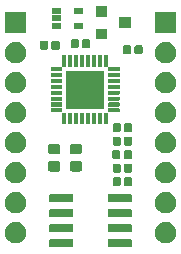
<source format=gbr>
%TF.GenerationSoftware,KiCad,Pcbnew,(5.1.6)-1*%
%TF.CreationDate,2020-10-19T07:42:53-05:00*%
%TF.ProjectId,ice30lp384_dev_board,69636533-306c-4703-9338-345f6465765f,rev?*%
%TF.SameCoordinates,Original*%
%TF.FileFunction,Soldermask,Top*%
%TF.FilePolarity,Negative*%
%FSLAX46Y46*%
G04 Gerber Fmt 4.6, Leading zero omitted, Abs format (unit mm)*
G04 Created by KiCad (PCBNEW (5.1.6)-1) date 2020-10-19 07:42:53*
%MOMM*%
%LPD*%
G01*
G04 APERTURE LIST*
%ADD10C,0.100000*%
G04 APERTURE END LIST*
D10*
G36*
X122379015Y-67216323D02*
G01*
X122407106Y-67224844D01*
X122432998Y-67238684D01*
X122455692Y-67257308D01*
X122474316Y-67280002D01*
X122488156Y-67305894D01*
X122496677Y-67333985D01*
X122499800Y-67365691D01*
X122499800Y-67762309D01*
X122496677Y-67794015D01*
X122488156Y-67822106D01*
X122474316Y-67847998D01*
X122455692Y-67870692D01*
X122432998Y-67889316D01*
X122407106Y-67903156D01*
X122379015Y-67911677D01*
X122347309Y-67914800D01*
X120600691Y-67914800D01*
X120568985Y-67911677D01*
X120540894Y-67903156D01*
X120515002Y-67889316D01*
X120492308Y-67870692D01*
X120473684Y-67847998D01*
X120459844Y-67822106D01*
X120451323Y-67794015D01*
X120448200Y-67762309D01*
X120448200Y-67365691D01*
X120451323Y-67333985D01*
X120459844Y-67305894D01*
X120473684Y-67280002D01*
X120492308Y-67257308D01*
X120515002Y-67238684D01*
X120540894Y-67224844D01*
X120568985Y-67216323D01*
X120600691Y-67213200D01*
X122347309Y-67213200D01*
X122379015Y-67216323D01*
G37*
G36*
X117429015Y-67216323D02*
G01*
X117457106Y-67224844D01*
X117482998Y-67238684D01*
X117505692Y-67257308D01*
X117524316Y-67280002D01*
X117538156Y-67305894D01*
X117546677Y-67333985D01*
X117549800Y-67365691D01*
X117549800Y-67762309D01*
X117546677Y-67794015D01*
X117538156Y-67822106D01*
X117524316Y-67847998D01*
X117505692Y-67870692D01*
X117482998Y-67889316D01*
X117457106Y-67903156D01*
X117429015Y-67911677D01*
X117397309Y-67914800D01*
X115650691Y-67914800D01*
X115618985Y-67911677D01*
X115590894Y-67903156D01*
X115565002Y-67889316D01*
X115542308Y-67870692D01*
X115523684Y-67847998D01*
X115509844Y-67822106D01*
X115501323Y-67794015D01*
X115498200Y-67762309D01*
X115498200Y-67365691D01*
X115501323Y-67333985D01*
X115509844Y-67305894D01*
X115523684Y-67280002D01*
X115542308Y-67257308D01*
X115565002Y-67238684D01*
X115590894Y-67224844D01*
X115618985Y-67216323D01*
X115650691Y-67213200D01*
X117397309Y-67213200D01*
X117429015Y-67216323D01*
G37*
G36*
X112911754Y-65808817D02*
G01*
X113075689Y-65876721D01*
X113223227Y-65975303D01*
X113348697Y-66100773D01*
X113447279Y-66248311D01*
X113515183Y-66412246D01*
X113549800Y-66586279D01*
X113549800Y-66763721D01*
X113515183Y-66937754D01*
X113447279Y-67101689D01*
X113348697Y-67249227D01*
X113223227Y-67374697D01*
X113075689Y-67473279D01*
X112911754Y-67541183D01*
X112737721Y-67575800D01*
X112560279Y-67575800D01*
X112386246Y-67541183D01*
X112222311Y-67473279D01*
X112074773Y-67374697D01*
X111949303Y-67249227D01*
X111850721Y-67101689D01*
X111782817Y-66937754D01*
X111748200Y-66763721D01*
X111748200Y-66586279D01*
X111782817Y-66412246D01*
X111850721Y-66248311D01*
X111949303Y-66100773D01*
X112074773Y-65975303D01*
X112222311Y-65876721D01*
X112386246Y-65808817D01*
X112560279Y-65774200D01*
X112737721Y-65774200D01*
X112911754Y-65808817D01*
G37*
G36*
X125611754Y-65808817D02*
G01*
X125775689Y-65876721D01*
X125923227Y-65975303D01*
X126048697Y-66100773D01*
X126147279Y-66248311D01*
X126215183Y-66412246D01*
X126249800Y-66586279D01*
X126249800Y-66763721D01*
X126215183Y-66937754D01*
X126147279Y-67101689D01*
X126048697Y-67249227D01*
X125923227Y-67374697D01*
X125775689Y-67473279D01*
X125611754Y-67541183D01*
X125437721Y-67575800D01*
X125260279Y-67575800D01*
X125086246Y-67541183D01*
X124922311Y-67473279D01*
X124774773Y-67374697D01*
X124649303Y-67249227D01*
X124550721Y-67101689D01*
X124482817Y-66937754D01*
X124448200Y-66763721D01*
X124448200Y-66586279D01*
X124482817Y-66412246D01*
X124550721Y-66248311D01*
X124649303Y-66100773D01*
X124774773Y-65975303D01*
X124922311Y-65876721D01*
X125086246Y-65808817D01*
X125260279Y-65774200D01*
X125437721Y-65774200D01*
X125611754Y-65808817D01*
G37*
G36*
X122379015Y-65946323D02*
G01*
X122407106Y-65954844D01*
X122432998Y-65968684D01*
X122455692Y-65987308D01*
X122474316Y-66010002D01*
X122488156Y-66035894D01*
X122496677Y-66063985D01*
X122499800Y-66095691D01*
X122499800Y-66492309D01*
X122496677Y-66524015D01*
X122488156Y-66552106D01*
X122474316Y-66577998D01*
X122455692Y-66600692D01*
X122432998Y-66619316D01*
X122407106Y-66633156D01*
X122379015Y-66641677D01*
X122347309Y-66644800D01*
X120600691Y-66644800D01*
X120568985Y-66641677D01*
X120540894Y-66633156D01*
X120515002Y-66619316D01*
X120492308Y-66600692D01*
X120473684Y-66577998D01*
X120459844Y-66552106D01*
X120451323Y-66524015D01*
X120448200Y-66492309D01*
X120448200Y-66095691D01*
X120451323Y-66063985D01*
X120459844Y-66035894D01*
X120473684Y-66010002D01*
X120492308Y-65987308D01*
X120515002Y-65968684D01*
X120540894Y-65954844D01*
X120568985Y-65946323D01*
X120600691Y-65943200D01*
X122347309Y-65943200D01*
X122379015Y-65946323D01*
G37*
G36*
X117429015Y-65946323D02*
G01*
X117457106Y-65954844D01*
X117482998Y-65968684D01*
X117505692Y-65987308D01*
X117524316Y-66010002D01*
X117538156Y-66035894D01*
X117546677Y-66063985D01*
X117549800Y-66095691D01*
X117549800Y-66492309D01*
X117546677Y-66524015D01*
X117538156Y-66552106D01*
X117524316Y-66577998D01*
X117505692Y-66600692D01*
X117482998Y-66619316D01*
X117457106Y-66633156D01*
X117429015Y-66641677D01*
X117397309Y-66644800D01*
X115650691Y-66644800D01*
X115618985Y-66641677D01*
X115590894Y-66633156D01*
X115565002Y-66619316D01*
X115542308Y-66600692D01*
X115523684Y-66577998D01*
X115509844Y-66552106D01*
X115501323Y-66524015D01*
X115498200Y-66492309D01*
X115498200Y-66095691D01*
X115501323Y-66063985D01*
X115509844Y-66035894D01*
X115523684Y-66010002D01*
X115542308Y-65987308D01*
X115565002Y-65968684D01*
X115590894Y-65954844D01*
X115618985Y-65946323D01*
X115650691Y-65943200D01*
X117397309Y-65943200D01*
X117429015Y-65946323D01*
G37*
G36*
X122379015Y-64676323D02*
G01*
X122407106Y-64684844D01*
X122432998Y-64698684D01*
X122455692Y-64717308D01*
X122474316Y-64740002D01*
X122488156Y-64765894D01*
X122496677Y-64793985D01*
X122499800Y-64825691D01*
X122499800Y-65222309D01*
X122496677Y-65254015D01*
X122488156Y-65282106D01*
X122474316Y-65307998D01*
X122455692Y-65330692D01*
X122432998Y-65349316D01*
X122407106Y-65363156D01*
X122379015Y-65371677D01*
X122347309Y-65374800D01*
X120600691Y-65374800D01*
X120568985Y-65371677D01*
X120540894Y-65363156D01*
X120515002Y-65349316D01*
X120492308Y-65330692D01*
X120473684Y-65307998D01*
X120459844Y-65282106D01*
X120451323Y-65254015D01*
X120448200Y-65222309D01*
X120448200Y-64825691D01*
X120451323Y-64793985D01*
X120459844Y-64765894D01*
X120473684Y-64740002D01*
X120492308Y-64717308D01*
X120515002Y-64698684D01*
X120540894Y-64684844D01*
X120568985Y-64676323D01*
X120600691Y-64673200D01*
X122347309Y-64673200D01*
X122379015Y-64676323D01*
G37*
G36*
X117429015Y-64676323D02*
G01*
X117457106Y-64684844D01*
X117482998Y-64698684D01*
X117505692Y-64717308D01*
X117524316Y-64740002D01*
X117538156Y-64765894D01*
X117546677Y-64793985D01*
X117549800Y-64825691D01*
X117549800Y-65222309D01*
X117546677Y-65254015D01*
X117538156Y-65282106D01*
X117524316Y-65307998D01*
X117505692Y-65330692D01*
X117482998Y-65349316D01*
X117457106Y-65363156D01*
X117429015Y-65371677D01*
X117397309Y-65374800D01*
X115650691Y-65374800D01*
X115618985Y-65371677D01*
X115590894Y-65363156D01*
X115565002Y-65349316D01*
X115542308Y-65330692D01*
X115523684Y-65307998D01*
X115509844Y-65282106D01*
X115501323Y-65254015D01*
X115498200Y-65222309D01*
X115498200Y-64825691D01*
X115501323Y-64793985D01*
X115509844Y-64765894D01*
X115523684Y-64740002D01*
X115542308Y-64717308D01*
X115565002Y-64698684D01*
X115590894Y-64684844D01*
X115618985Y-64676323D01*
X115650691Y-64673200D01*
X117397309Y-64673200D01*
X117429015Y-64676323D01*
G37*
G36*
X125611754Y-63268817D02*
G01*
X125775689Y-63336721D01*
X125923227Y-63435303D01*
X126048697Y-63560773D01*
X126147279Y-63708311D01*
X126215183Y-63872246D01*
X126249800Y-64046279D01*
X126249800Y-64223721D01*
X126215183Y-64397754D01*
X126147279Y-64561689D01*
X126048697Y-64709227D01*
X125923227Y-64834697D01*
X125775689Y-64933279D01*
X125611754Y-65001183D01*
X125437721Y-65035800D01*
X125260279Y-65035800D01*
X125086246Y-65001183D01*
X124922311Y-64933279D01*
X124774773Y-64834697D01*
X124649303Y-64709227D01*
X124550721Y-64561689D01*
X124482817Y-64397754D01*
X124448200Y-64223721D01*
X124448200Y-64046279D01*
X124482817Y-63872246D01*
X124550721Y-63708311D01*
X124649303Y-63560773D01*
X124774773Y-63435303D01*
X124922311Y-63336721D01*
X125086246Y-63268817D01*
X125260279Y-63234200D01*
X125437721Y-63234200D01*
X125611754Y-63268817D01*
G37*
G36*
X112911754Y-63268817D02*
G01*
X113075689Y-63336721D01*
X113223227Y-63435303D01*
X113348697Y-63560773D01*
X113447279Y-63708311D01*
X113515183Y-63872246D01*
X113549800Y-64046279D01*
X113549800Y-64223721D01*
X113515183Y-64397754D01*
X113447279Y-64561689D01*
X113348697Y-64709227D01*
X113223227Y-64834697D01*
X113075689Y-64933279D01*
X112911754Y-65001183D01*
X112737721Y-65035800D01*
X112560279Y-65035800D01*
X112386246Y-65001183D01*
X112222311Y-64933279D01*
X112074773Y-64834697D01*
X111949303Y-64709227D01*
X111850721Y-64561689D01*
X111782817Y-64397754D01*
X111748200Y-64223721D01*
X111748200Y-64046279D01*
X111782817Y-63872246D01*
X111850721Y-63708311D01*
X111949303Y-63560773D01*
X112074773Y-63435303D01*
X112222311Y-63336721D01*
X112386246Y-63268817D01*
X112560279Y-63234200D01*
X112737721Y-63234200D01*
X112911754Y-63268817D01*
G37*
G36*
X122379015Y-63406323D02*
G01*
X122407106Y-63414844D01*
X122432998Y-63428684D01*
X122455692Y-63447308D01*
X122474316Y-63470002D01*
X122488156Y-63495894D01*
X122496677Y-63523985D01*
X122499800Y-63555691D01*
X122499800Y-63952309D01*
X122496677Y-63984015D01*
X122488156Y-64012106D01*
X122474316Y-64037998D01*
X122455692Y-64060692D01*
X122432998Y-64079316D01*
X122407106Y-64093156D01*
X122379015Y-64101677D01*
X122347309Y-64104800D01*
X120600691Y-64104800D01*
X120568985Y-64101677D01*
X120540894Y-64093156D01*
X120515002Y-64079316D01*
X120492308Y-64060692D01*
X120473684Y-64037998D01*
X120459844Y-64012106D01*
X120451323Y-63984015D01*
X120448200Y-63952309D01*
X120448200Y-63555691D01*
X120451323Y-63523985D01*
X120459844Y-63495894D01*
X120473684Y-63470002D01*
X120492308Y-63447308D01*
X120515002Y-63428684D01*
X120540894Y-63414844D01*
X120568985Y-63406323D01*
X120600691Y-63403200D01*
X122347309Y-63403200D01*
X122379015Y-63406323D01*
G37*
G36*
X117429015Y-63406323D02*
G01*
X117457106Y-63414844D01*
X117482998Y-63428684D01*
X117505692Y-63447308D01*
X117524316Y-63470002D01*
X117538156Y-63495894D01*
X117546677Y-63523985D01*
X117549800Y-63555691D01*
X117549800Y-63952309D01*
X117546677Y-63984015D01*
X117538156Y-64012106D01*
X117524316Y-64037998D01*
X117505692Y-64060692D01*
X117482998Y-64079316D01*
X117457106Y-64093156D01*
X117429015Y-64101677D01*
X117397309Y-64104800D01*
X115650691Y-64104800D01*
X115618985Y-64101677D01*
X115590894Y-64093156D01*
X115565002Y-64079316D01*
X115542308Y-64060692D01*
X115523684Y-64037998D01*
X115509844Y-64012106D01*
X115501323Y-63984015D01*
X115498200Y-63952309D01*
X115498200Y-63555691D01*
X115501323Y-63523985D01*
X115509844Y-63495894D01*
X115523684Y-63470002D01*
X115542308Y-63447308D01*
X115565002Y-63428684D01*
X115590894Y-63414844D01*
X115618985Y-63406323D01*
X115650691Y-63403200D01*
X117397309Y-63403200D01*
X117429015Y-63406323D01*
G37*
G36*
X121431027Y-61989275D02*
G01*
X121458650Y-61997654D01*
X121484113Y-62011264D01*
X121506425Y-62029575D01*
X121524736Y-62051887D01*
X121538346Y-62077350D01*
X121546725Y-62104973D01*
X121549800Y-62136191D01*
X121549800Y-62577809D01*
X121546725Y-62609027D01*
X121538346Y-62636650D01*
X121524736Y-62662113D01*
X121506425Y-62684425D01*
X121484113Y-62702736D01*
X121458650Y-62716346D01*
X121431027Y-62724725D01*
X121399809Y-62727800D01*
X121008191Y-62727800D01*
X120976973Y-62724725D01*
X120949350Y-62716346D01*
X120923887Y-62702736D01*
X120901575Y-62684425D01*
X120883264Y-62662113D01*
X120869654Y-62636650D01*
X120861275Y-62609027D01*
X120858200Y-62577809D01*
X120858200Y-62136191D01*
X120861275Y-62104973D01*
X120869654Y-62077350D01*
X120883264Y-62051887D01*
X120901575Y-62029575D01*
X120923887Y-62011264D01*
X120949350Y-61997654D01*
X120976973Y-61989275D01*
X121008191Y-61986200D01*
X121399809Y-61986200D01*
X121431027Y-61989275D01*
G37*
G36*
X122401027Y-61989275D02*
G01*
X122428650Y-61997654D01*
X122454113Y-62011264D01*
X122476425Y-62029575D01*
X122494736Y-62051887D01*
X122508346Y-62077350D01*
X122516725Y-62104973D01*
X122519800Y-62136191D01*
X122519800Y-62577809D01*
X122516725Y-62609027D01*
X122508346Y-62636650D01*
X122494736Y-62662113D01*
X122476425Y-62684425D01*
X122454113Y-62702736D01*
X122428650Y-62716346D01*
X122401027Y-62724725D01*
X122369809Y-62727800D01*
X121978191Y-62727800D01*
X121946973Y-62724725D01*
X121919350Y-62716346D01*
X121893887Y-62702736D01*
X121871575Y-62684425D01*
X121853264Y-62662113D01*
X121839654Y-62636650D01*
X121831275Y-62609027D01*
X121828200Y-62577809D01*
X121828200Y-62136191D01*
X121831275Y-62104973D01*
X121839654Y-62077350D01*
X121853264Y-62051887D01*
X121871575Y-62029575D01*
X121893887Y-62011264D01*
X121919350Y-61997654D01*
X121946973Y-61989275D01*
X121978191Y-61986200D01*
X122369809Y-61986200D01*
X122401027Y-61989275D01*
G37*
G36*
X125611754Y-60728817D02*
G01*
X125775689Y-60796721D01*
X125923227Y-60895303D01*
X126048697Y-61020773D01*
X126147279Y-61168311D01*
X126215183Y-61332246D01*
X126249800Y-61506279D01*
X126249800Y-61683721D01*
X126215183Y-61857754D01*
X126147279Y-62021689D01*
X126048697Y-62169227D01*
X125923227Y-62294697D01*
X125775689Y-62393279D01*
X125611754Y-62461183D01*
X125437721Y-62495800D01*
X125260279Y-62495800D01*
X125086246Y-62461183D01*
X124922311Y-62393279D01*
X124774773Y-62294697D01*
X124649303Y-62169227D01*
X124550721Y-62021689D01*
X124482817Y-61857754D01*
X124448200Y-61683721D01*
X124448200Y-61506279D01*
X124482817Y-61332246D01*
X124550721Y-61168311D01*
X124649303Y-61020773D01*
X124774773Y-60895303D01*
X124922311Y-60796721D01*
X125086246Y-60728817D01*
X125260279Y-60694200D01*
X125437721Y-60694200D01*
X125611754Y-60728817D01*
G37*
G36*
X112911754Y-60728817D02*
G01*
X113075689Y-60796721D01*
X113223227Y-60895303D01*
X113348697Y-61020773D01*
X113447279Y-61168311D01*
X113515183Y-61332246D01*
X113549800Y-61506279D01*
X113549800Y-61683721D01*
X113515183Y-61857754D01*
X113447279Y-62021689D01*
X113348697Y-62169227D01*
X113223227Y-62294697D01*
X113075689Y-62393279D01*
X112911754Y-62461183D01*
X112737721Y-62495800D01*
X112560279Y-62495800D01*
X112386246Y-62461183D01*
X112222311Y-62393279D01*
X112074773Y-62294697D01*
X111949303Y-62169227D01*
X111850721Y-62021689D01*
X111782817Y-61857754D01*
X111748200Y-61683721D01*
X111748200Y-61506279D01*
X111782817Y-61332246D01*
X111850721Y-61168311D01*
X111949303Y-61020773D01*
X112074773Y-60895303D01*
X112222311Y-60796721D01*
X112386246Y-60728817D01*
X112560279Y-60694200D01*
X112737721Y-60694200D01*
X112911754Y-60728817D01*
G37*
G36*
X122401027Y-60846275D02*
G01*
X122428650Y-60854654D01*
X122454113Y-60868264D01*
X122476425Y-60886575D01*
X122494736Y-60908887D01*
X122508346Y-60934350D01*
X122516725Y-60961973D01*
X122519800Y-60993191D01*
X122519800Y-61434809D01*
X122516725Y-61466027D01*
X122508346Y-61493650D01*
X122494736Y-61519113D01*
X122476425Y-61541425D01*
X122454113Y-61559736D01*
X122428650Y-61573346D01*
X122401027Y-61581725D01*
X122369809Y-61584800D01*
X121978191Y-61584800D01*
X121946973Y-61581725D01*
X121919350Y-61573346D01*
X121893887Y-61559736D01*
X121871575Y-61541425D01*
X121853264Y-61519113D01*
X121839654Y-61493650D01*
X121831275Y-61466027D01*
X121828200Y-61434809D01*
X121828200Y-60993191D01*
X121831275Y-60961973D01*
X121839654Y-60934350D01*
X121853264Y-60908887D01*
X121871575Y-60886575D01*
X121893887Y-60868264D01*
X121919350Y-60854654D01*
X121946973Y-60846275D01*
X121978191Y-60843200D01*
X122369809Y-60843200D01*
X122401027Y-60846275D01*
G37*
G36*
X121431027Y-60846275D02*
G01*
X121458650Y-60854654D01*
X121484113Y-60868264D01*
X121506425Y-60886575D01*
X121524736Y-60908887D01*
X121538346Y-60934350D01*
X121546725Y-60961973D01*
X121549800Y-60993191D01*
X121549800Y-61434809D01*
X121546725Y-61466027D01*
X121538346Y-61493650D01*
X121524736Y-61519113D01*
X121506425Y-61541425D01*
X121484113Y-61559736D01*
X121458650Y-61573346D01*
X121431027Y-61581725D01*
X121399809Y-61584800D01*
X121008191Y-61584800D01*
X120976973Y-61581725D01*
X120949350Y-61573346D01*
X120923887Y-61559736D01*
X120901575Y-61541425D01*
X120883264Y-61519113D01*
X120869654Y-61493650D01*
X120861275Y-61466027D01*
X120858200Y-61434809D01*
X120858200Y-60993191D01*
X120861275Y-60961973D01*
X120869654Y-60934350D01*
X120883264Y-60908887D01*
X120901575Y-60886575D01*
X120923887Y-60868264D01*
X120949350Y-60854654D01*
X120976973Y-60846275D01*
X121008191Y-60843200D01*
X121399809Y-60843200D01*
X121431027Y-60846275D01*
G37*
G36*
X118104766Y-60603283D02*
G01*
X118142242Y-60614651D01*
X118176778Y-60633111D01*
X118207048Y-60657952D01*
X118231889Y-60688222D01*
X118250349Y-60722758D01*
X118261717Y-60760234D01*
X118265800Y-60801691D01*
X118265800Y-61298309D01*
X118261717Y-61339766D01*
X118250349Y-61377242D01*
X118231889Y-61411778D01*
X118207048Y-61442048D01*
X118176778Y-61466889D01*
X118142242Y-61485349D01*
X118104766Y-61496717D01*
X118063309Y-61500800D01*
X117466691Y-61500800D01*
X117425234Y-61496717D01*
X117387758Y-61485349D01*
X117353222Y-61466889D01*
X117322952Y-61442048D01*
X117298111Y-61411778D01*
X117279651Y-61377242D01*
X117268283Y-61339766D01*
X117264200Y-61298309D01*
X117264200Y-60801691D01*
X117268283Y-60760234D01*
X117279651Y-60722758D01*
X117298111Y-60688222D01*
X117322952Y-60657952D01*
X117353222Y-60633111D01*
X117387758Y-60614651D01*
X117425234Y-60603283D01*
X117466691Y-60599200D01*
X118063309Y-60599200D01*
X118104766Y-60603283D01*
G37*
G36*
X116254766Y-60603283D02*
G01*
X116292242Y-60614651D01*
X116326778Y-60633111D01*
X116357048Y-60657952D01*
X116381889Y-60688222D01*
X116400349Y-60722758D01*
X116411717Y-60760234D01*
X116415800Y-60801691D01*
X116415800Y-61298309D01*
X116411717Y-61339766D01*
X116400349Y-61377242D01*
X116381889Y-61411778D01*
X116357048Y-61442048D01*
X116326778Y-61466889D01*
X116292242Y-61485349D01*
X116254766Y-61496717D01*
X116213309Y-61500800D01*
X115616691Y-61500800D01*
X115575234Y-61496717D01*
X115537758Y-61485349D01*
X115503222Y-61466889D01*
X115472952Y-61442048D01*
X115448111Y-61411778D01*
X115429651Y-61377242D01*
X115418283Y-61339766D01*
X115414200Y-61298309D01*
X115414200Y-60801691D01*
X115418283Y-60760234D01*
X115429651Y-60722758D01*
X115448111Y-60688222D01*
X115472952Y-60657952D01*
X115503222Y-60633111D01*
X115537758Y-60614651D01*
X115575234Y-60603283D01*
X115616691Y-60599200D01*
X116213309Y-60599200D01*
X116254766Y-60603283D01*
G37*
G36*
X122378027Y-59703275D02*
G01*
X122405650Y-59711654D01*
X122431113Y-59725264D01*
X122453425Y-59743575D01*
X122471736Y-59765887D01*
X122485346Y-59791350D01*
X122493725Y-59818973D01*
X122496800Y-59850191D01*
X122496800Y-60291809D01*
X122493725Y-60323027D01*
X122485346Y-60350650D01*
X122471736Y-60376113D01*
X122453425Y-60398425D01*
X122431113Y-60416736D01*
X122405650Y-60430346D01*
X122378027Y-60438725D01*
X122346809Y-60441800D01*
X121955191Y-60441800D01*
X121923973Y-60438725D01*
X121896350Y-60430346D01*
X121870887Y-60416736D01*
X121848575Y-60398425D01*
X121830264Y-60376113D01*
X121816654Y-60350650D01*
X121808275Y-60323027D01*
X121805200Y-60291809D01*
X121805200Y-59850191D01*
X121808275Y-59818973D01*
X121816654Y-59791350D01*
X121830264Y-59765887D01*
X121848575Y-59743575D01*
X121870887Y-59725264D01*
X121896350Y-59711654D01*
X121923973Y-59703275D01*
X121955191Y-59700200D01*
X122346809Y-59700200D01*
X122378027Y-59703275D01*
G37*
G36*
X121408027Y-59703275D02*
G01*
X121435650Y-59711654D01*
X121461113Y-59725264D01*
X121483425Y-59743575D01*
X121501736Y-59765887D01*
X121515346Y-59791350D01*
X121523725Y-59818973D01*
X121526800Y-59850191D01*
X121526800Y-60291809D01*
X121523725Y-60323027D01*
X121515346Y-60350650D01*
X121501736Y-60376113D01*
X121483425Y-60398425D01*
X121461113Y-60416736D01*
X121435650Y-60430346D01*
X121408027Y-60438725D01*
X121376809Y-60441800D01*
X120985191Y-60441800D01*
X120953973Y-60438725D01*
X120926350Y-60430346D01*
X120900887Y-60416736D01*
X120878575Y-60398425D01*
X120860264Y-60376113D01*
X120846654Y-60350650D01*
X120838275Y-60323027D01*
X120835200Y-60291809D01*
X120835200Y-59850191D01*
X120838275Y-59818973D01*
X120846654Y-59791350D01*
X120860264Y-59765887D01*
X120878575Y-59743575D01*
X120900887Y-59725264D01*
X120926350Y-59711654D01*
X120953973Y-59703275D01*
X120985191Y-59700200D01*
X121376809Y-59700200D01*
X121408027Y-59703275D01*
G37*
G36*
X118104766Y-59153283D02*
G01*
X118142242Y-59164651D01*
X118176778Y-59183111D01*
X118207048Y-59207952D01*
X118231889Y-59238222D01*
X118250349Y-59272758D01*
X118261717Y-59310234D01*
X118265800Y-59351691D01*
X118265800Y-59848309D01*
X118261717Y-59889766D01*
X118250349Y-59927242D01*
X118231889Y-59961778D01*
X118207048Y-59992048D01*
X118176778Y-60016889D01*
X118142242Y-60035349D01*
X118104766Y-60046717D01*
X118063309Y-60050800D01*
X117466691Y-60050800D01*
X117425234Y-60046717D01*
X117387758Y-60035349D01*
X117353222Y-60016889D01*
X117322952Y-59992048D01*
X117298111Y-59961778D01*
X117279651Y-59927242D01*
X117268283Y-59889766D01*
X117264200Y-59848309D01*
X117264200Y-59351691D01*
X117268283Y-59310234D01*
X117279651Y-59272758D01*
X117298111Y-59238222D01*
X117322952Y-59207952D01*
X117353222Y-59183111D01*
X117387758Y-59164651D01*
X117425234Y-59153283D01*
X117466691Y-59149200D01*
X118063309Y-59149200D01*
X118104766Y-59153283D01*
G37*
G36*
X116254766Y-59153283D02*
G01*
X116292242Y-59164651D01*
X116326778Y-59183111D01*
X116357048Y-59207952D01*
X116381889Y-59238222D01*
X116400349Y-59272758D01*
X116411717Y-59310234D01*
X116415800Y-59351691D01*
X116415800Y-59848309D01*
X116411717Y-59889766D01*
X116400349Y-59927242D01*
X116381889Y-59961778D01*
X116357048Y-59992048D01*
X116326778Y-60016889D01*
X116292242Y-60035349D01*
X116254766Y-60046717D01*
X116213309Y-60050800D01*
X115616691Y-60050800D01*
X115575234Y-60046717D01*
X115537758Y-60035349D01*
X115503222Y-60016889D01*
X115472952Y-59992048D01*
X115448111Y-59961778D01*
X115429651Y-59927242D01*
X115418283Y-59889766D01*
X115414200Y-59848309D01*
X115414200Y-59351691D01*
X115418283Y-59310234D01*
X115429651Y-59272758D01*
X115448111Y-59238222D01*
X115472952Y-59207952D01*
X115503222Y-59183111D01*
X115537758Y-59164651D01*
X115575234Y-59153283D01*
X115616691Y-59149200D01*
X116213309Y-59149200D01*
X116254766Y-59153283D01*
G37*
G36*
X112911754Y-58188817D02*
G01*
X113075689Y-58256721D01*
X113223227Y-58355303D01*
X113348697Y-58480773D01*
X113447279Y-58628311D01*
X113515183Y-58792246D01*
X113549800Y-58966279D01*
X113549800Y-59143721D01*
X113515183Y-59317754D01*
X113447279Y-59481689D01*
X113348697Y-59629227D01*
X113223227Y-59754697D01*
X113075689Y-59853279D01*
X112911754Y-59921183D01*
X112737721Y-59955800D01*
X112560279Y-59955800D01*
X112386246Y-59921183D01*
X112222311Y-59853279D01*
X112074773Y-59754697D01*
X111949303Y-59629227D01*
X111850721Y-59481689D01*
X111782817Y-59317754D01*
X111748200Y-59143721D01*
X111748200Y-58966279D01*
X111782817Y-58792246D01*
X111850721Y-58628311D01*
X111949303Y-58480773D01*
X112074773Y-58355303D01*
X112222311Y-58256721D01*
X112386246Y-58188817D01*
X112560279Y-58154200D01*
X112737721Y-58154200D01*
X112911754Y-58188817D01*
G37*
G36*
X125611754Y-58188817D02*
G01*
X125775689Y-58256721D01*
X125923227Y-58355303D01*
X126048697Y-58480773D01*
X126147279Y-58628311D01*
X126215183Y-58792246D01*
X126249800Y-58966279D01*
X126249800Y-59143721D01*
X126215183Y-59317754D01*
X126147279Y-59481689D01*
X126048697Y-59629227D01*
X125923227Y-59754697D01*
X125775689Y-59853279D01*
X125611754Y-59921183D01*
X125437721Y-59955800D01*
X125260279Y-59955800D01*
X125086246Y-59921183D01*
X124922311Y-59853279D01*
X124774773Y-59754697D01*
X124649303Y-59629227D01*
X124550721Y-59481689D01*
X124482817Y-59317754D01*
X124448200Y-59143721D01*
X124448200Y-58966279D01*
X124482817Y-58792246D01*
X124550721Y-58628311D01*
X124649303Y-58480773D01*
X124774773Y-58355303D01*
X124922311Y-58256721D01*
X125086246Y-58188817D01*
X125260279Y-58154200D01*
X125437721Y-58154200D01*
X125611754Y-58188817D01*
G37*
G36*
X121431027Y-58560275D02*
G01*
X121458650Y-58568654D01*
X121484113Y-58582264D01*
X121506425Y-58600575D01*
X121524736Y-58622887D01*
X121538346Y-58648350D01*
X121546725Y-58675973D01*
X121549800Y-58707191D01*
X121549800Y-59148809D01*
X121546725Y-59180027D01*
X121538346Y-59207650D01*
X121524736Y-59233113D01*
X121506425Y-59255425D01*
X121484113Y-59273736D01*
X121458650Y-59287346D01*
X121431027Y-59295725D01*
X121399809Y-59298800D01*
X121008191Y-59298800D01*
X120976973Y-59295725D01*
X120949350Y-59287346D01*
X120923887Y-59273736D01*
X120901575Y-59255425D01*
X120883264Y-59233113D01*
X120869654Y-59207650D01*
X120861275Y-59180027D01*
X120858200Y-59148809D01*
X120858200Y-58707191D01*
X120861275Y-58675973D01*
X120869654Y-58648350D01*
X120883264Y-58622887D01*
X120901575Y-58600575D01*
X120923887Y-58582264D01*
X120949350Y-58568654D01*
X120976973Y-58560275D01*
X121008191Y-58557200D01*
X121399809Y-58557200D01*
X121431027Y-58560275D01*
G37*
G36*
X122401027Y-58560275D02*
G01*
X122428650Y-58568654D01*
X122454113Y-58582264D01*
X122476425Y-58600575D01*
X122494736Y-58622887D01*
X122508346Y-58648350D01*
X122516725Y-58675973D01*
X122519800Y-58707191D01*
X122519800Y-59148809D01*
X122516725Y-59180027D01*
X122508346Y-59207650D01*
X122494736Y-59233113D01*
X122476425Y-59255425D01*
X122454113Y-59273736D01*
X122428650Y-59287346D01*
X122401027Y-59295725D01*
X122369809Y-59298800D01*
X121978191Y-59298800D01*
X121946973Y-59295725D01*
X121919350Y-59287346D01*
X121893887Y-59273736D01*
X121871575Y-59255425D01*
X121853264Y-59233113D01*
X121839654Y-59207650D01*
X121831275Y-59180027D01*
X121828200Y-59148809D01*
X121828200Y-58707191D01*
X121831275Y-58675973D01*
X121839654Y-58648350D01*
X121853264Y-58622887D01*
X121871575Y-58600575D01*
X121893887Y-58582264D01*
X121919350Y-58568654D01*
X121946973Y-58560275D01*
X121978191Y-58557200D01*
X122369809Y-58557200D01*
X122401027Y-58560275D01*
G37*
G36*
X121431027Y-57417275D02*
G01*
X121458650Y-57425654D01*
X121484113Y-57439264D01*
X121506425Y-57457575D01*
X121524736Y-57479887D01*
X121538346Y-57505350D01*
X121546725Y-57532973D01*
X121549800Y-57564191D01*
X121549800Y-58005809D01*
X121546725Y-58037027D01*
X121538346Y-58064650D01*
X121524736Y-58090113D01*
X121506425Y-58112425D01*
X121484113Y-58130736D01*
X121458650Y-58144346D01*
X121431027Y-58152725D01*
X121399809Y-58155800D01*
X121008191Y-58155800D01*
X120976973Y-58152725D01*
X120949350Y-58144346D01*
X120923887Y-58130736D01*
X120901575Y-58112425D01*
X120883264Y-58090113D01*
X120869654Y-58064650D01*
X120861275Y-58037027D01*
X120858200Y-58005809D01*
X120858200Y-57564191D01*
X120861275Y-57532973D01*
X120869654Y-57505350D01*
X120883264Y-57479887D01*
X120901575Y-57457575D01*
X120923887Y-57439264D01*
X120949350Y-57425654D01*
X120976973Y-57417275D01*
X121008191Y-57414200D01*
X121399809Y-57414200D01*
X121431027Y-57417275D01*
G37*
G36*
X122401027Y-57417275D02*
G01*
X122428650Y-57425654D01*
X122454113Y-57439264D01*
X122476425Y-57457575D01*
X122494736Y-57479887D01*
X122508346Y-57505350D01*
X122516725Y-57532973D01*
X122519800Y-57564191D01*
X122519800Y-58005809D01*
X122516725Y-58037027D01*
X122508346Y-58064650D01*
X122494736Y-58090113D01*
X122476425Y-58112425D01*
X122454113Y-58130736D01*
X122428650Y-58144346D01*
X122401027Y-58152725D01*
X122369809Y-58155800D01*
X121978191Y-58155800D01*
X121946973Y-58152725D01*
X121919350Y-58144346D01*
X121893887Y-58130736D01*
X121871575Y-58112425D01*
X121853264Y-58090113D01*
X121839654Y-58064650D01*
X121831275Y-58037027D01*
X121828200Y-58005809D01*
X121828200Y-57564191D01*
X121831275Y-57532973D01*
X121839654Y-57505350D01*
X121853264Y-57479887D01*
X121871575Y-57457575D01*
X121893887Y-57439264D01*
X121919350Y-57425654D01*
X121946973Y-57417275D01*
X121978191Y-57414200D01*
X122369809Y-57414200D01*
X122401027Y-57417275D01*
G37*
G36*
X119909444Y-56520641D02*
G01*
X119921124Y-56524184D01*
X119931886Y-56529937D01*
X119941320Y-56537680D01*
X119949063Y-56547114D01*
X119954816Y-56557876D01*
X119958359Y-56569556D01*
X119959800Y-56584191D01*
X119959800Y-57430809D01*
X119958359Y-57445444D01*
X119954816Y-57457124D01*
X119949063Y-57467886D01*
X119941320Y-57477320D01*
X119931886Y-57485063D01*
X119921124Y-57490816D01*
X119909444Y-57494359D01*
X119894809Y-57495800D01*
X119673191Y-57495800D01*
X119658556Y-57494359D01*
X119646876Y-57490816D01*
X119636114Y-57485063D01*
X119626680Y-57477320D01*
X119618937Y-57467886D01*
X119613184Y-57457124D01*
X119609641Y-57445444D01*
X119608200Y-57430809D01*
X119608200Y-56584191D01*
X119609641Y-56569556D01*
X119613184Y-56557876D01*
X119618937Y-56547114D01*
X119626680Y-56537680D01*
X119636114Y-56529937D01*
X119646876Y-56524184D01*
X119658556Y-56520641D01*
X119673191Y-56519200D01*
X119894809Y-56519200D01*
X119909444Y-56520641D01*
G37*
G36*
X116909444Y-56520641D02*
G01*
X116921124Y-56524184D01*
X116931886Y-56529937D01*
X116941320Y-56537680D01*
X116949063Y-56547114D01*
X116954816Y-56557876D01*
X116958359Y-56569556D01*
X116959800Y-56584191D01*
X116959800Y-57430809D01*
X116958359Y-57445444D01*
X116954816Y-57457124D01*
X116949063Y-57467886D01*
X116941320Y-57477320D01*
X116931886Y-57485063D01*
X116921124Y-57490816D01*
X116909444Y-57494359D01*
X116894809Y-57495800D01*
X116673191Y-57495800D01*
X116658556Y-57494359D01*
X116646876Y-57490816D01*
X116636114Y-57485063D01*
X116626680Y-57477320D01*
X116618937Y-57467886D01*
X116613184Y-57457124D01*
X116609641Y-57445444D01*
X116608200Y-57430809D01*
X116608200Y-56584191D01*
X116609641Y-56569556D01*
X116614381Y-56553932D01*
X116615060Y-56552291D01*
X116617001Y-56542523D01*
X116616999Y-56532565D01*
X116615864Y-56526864D01*
X116621585Y-56528001D01*
X116631543Y-56527999D01*
X116641310Y-56526055D01*
X116642953Y-56525374D01*
X116658556Y-56520641D01*
X116673191Y-56519200D01*
X116894809Y-56519200D01*
X116909444Y-56520641D01*
G37*
G36*
X117409444Y-56520641D02*
G01*
X117421124Y-56524184D01*
X117431886Y-56529937D01*
X117441320Y-56537680D01*
X117449063Y-56547114D01*
X117454816Y-56557876D01*
X117458359Y-56569556D01*
X117459800Y-56584191D01*
X117459800Y-57430809D01*
X117458359Y-57445444D01*
X117454816Y-57457124D01*
X117449063Y-57467886D01*
X117441320Y-57477320D01*
X117431886Y-57485063D01*
X117421124Y-57490816D01*
X117409444Y-57494359D01*
X117394809Y-57495800D01*
X117173191Y-57495800D01*
X117158556Y-57494359D01*
X117146876Y-57490816D01*
X117136114Y-57485063D01*
X117126680Y-57477320D01*
X117118937Y-57467886D01*
X117113184Y-57457124D01*
X117109641Y-57445444D01*
X117108200Y-57430809D01*
X117108200Y-56584191D01*
X117109641Y-56569556D01*
X117113184Y-56557876D01*
X117118937Y-56547114D01*
X117126680Y-56537680D01*
X117136114Y-56529937D01*
X117146876Y-56524184D01*
X117158556Y-56520641D01*
X117173191Y-56519200D01*
X117394809Y-56519200D01*
X117409444Y-56520641D01*
G37*
G36*
X117909444Y-56520641D02*
G01*
X117921124Y-56524184D01*
X117931886Y-56529937D01*
X117941320Y-56537680D01*
X117949063Y-56547114D01*
X117954816Y-56557876D01*
X117958359Y-56569556D01*
X117959800Y-56584191D01*
X117959800Y-57430809D01*
X117958359Y-57445444D01*
X117954816Y-57457124D01*
X117949063Y-57467886D01*
X117941320Y-57477320D01*
X117931886Y-57485063D01*
X117921124Y-57490816D01*
X117909444Y-57494359D01*
X117894809Y-57495800D01*
X117673191Y-57495800D01*
X117658556Y-57494359D01*
X117646876Y-57490816D01*
X117636114Y-57485063D01*
X117626680Y-57477320D01*
X117618937Y-57467886D01*
X117613184Y-57457124D01*
X117609641Y-57445444D01*
X117608200Y-57430809D01*
X117608200Y-56584191D01*
X117609641Y-56569556D01*
X117613184Y-56557876D01*
X117618937Y-56547114D01*
X117626680Y-56537680D01*
X117636114Y-56529937D01*
X117646876Y-56524184D01*
X117658556Y-56520641D01*
X117673191Y-56519200D01*
X117894809Y-56519200D01*
X117909444Y-56520641D01*
G37*
G36*
X118409444Y-56520641D02*
G01*
X118421124Y-56524184D01*
X118431886Y-56529937D01*
X118441320Y-56537680D01*
X118449063Y-56547114D01*
X118454816Y-56557876D01*
X118458359Y-56569556D01*
X118459800Y-56584191D01*
X118459800Y-57430809D01*
X118458359Y-57445444D01*
X118454816Y-57457124D01*
X118449063Y-57467886D01*
X118441320Y-57477320D01*
X118431886Y-57485063D01*
X118421124Y-57490816D01*
X118409444Y-57494359D01*
X118394809Y-57495800D01*
X118173191Y-57495800D01*
X118158556Y-57494359D01*
X118146876Y-57490816D01*
X118136114Y-57485063D01*
X118126680Y-57477320D01*
X118118937Y-57467886D01*
X118113184Y-57457124D01*
X118109641Y-57445444D01*
X118108200Y-57430809D01*
X118108200Y-56584191D01*
X118109641Y-56569556D01*
X118113184Y-56557876D01*
X118118937Y-56547114D01*
X118126680Y-56537680D01*
X118136114Y-56529937D01*
X118146876Y-56524184D01*
X118158556Y-56520641D01*
X118173191Y-56519200D01*
X118394809Y-56519200D01*
X118409444Y-56520641D01*
G37*
G36*
X120409444Y-56520641D02*
G01*
X120425068Y-56525381D01*
X120426709Y-56526060D01*
X120436477Y-56528001D01*
X120446435Y-56527999D01*
X120452136Y-56526864D01*
X120450999Y-56532585D01*
X120451001Y-56542543D01*
X120452945Y-56552310D01*
X120453626Y-56553953D01*
X120458359Y-56569556D01*
X120459800Y-56584191D01*
X120459800Y-57430809D01*
X120458359Y-57445444D01*
X120454816Y-57457124D01*
X120449063Y-57467886D01*
X120441320Y-57477320D01*
X120431886Y-57485063D01*
X120421124Y-57490816D01*
X120409444Y-57494359D01*
X120394809Y-57495800D01*
X120173191Y-57495800D01*
X120158556Y-57494359D01*
X120146876Y-57490816D01*
X120136114Y-57485063D01*
X120126680Y-57477320D01*
X120118937Y-57467886D01*
X120113184Y-57457124D01*
X120109641Y-57445444D01*
X120108200Y-57430809D01*
X120108200Y-56584191D01*
X120109641Y-56569556D01*
X120113184Y-56557876D01*
X120118937Y-56547114D01*
X120126680Y-56537680D01*
X120136114Y-56529937D01*
X120146876Y-56524184D01*
X120158556Y-56520641D01*
X120173191Y-56519200D01*
X120394809Y-56519200D01*
X120409444Y-56520641D01*
G37*
G36*
X119409444Y-56520641D02*
G01*
X119421124Y-56524184D01*
X119431886Y-56529937D01*
X119441320Y-56537680D01*
X119449063Y-56547114D01*
X119454816Y-56557876D01*
X119458359Y-56569556D01*
X119459800Y-56584191D01*
X119459800Y-57430809D01*
X119458359Y-57445444D01*
X119454816Y-57457124D01*
X119449063Y-57467886D01*
X119441320Y-57477320D01*
X119431886Y-57485063D01*
X119421124Y-57490816D01*
X119409444Y-57494359D01*
X119394809Y-57495800D01*
X119173191Y-57495800D01*
X119158556Y-57494359D01*
X119146876Y-57490816D01*
X119136114Y-57485063D01*
X119126680Y-57477320D01*
X119118937Y-57467886D01*
X119113184Y-57457124D01*
X119109641Y-57445444D01*
X119108200Y-57430809D01*
X119108200Y-56584191D01*
X119109641Y-56569556D01*
X119113184Y-56557876D01*
X119118937Y-56547114D01*
X119126680Y-56537680D01*
X119136114Y-56529937D01*
X119146876Y-56524184D01*
X119158556Y-56520641D01*
X119173191Y-56519200D01*
X119394809Y-56519200D01*
X119409444Y-56520641D01*
G37*
G36*
X118909444Y-56520641D02*
G01*
X118921124Y-56524184D01*
X118931886Y-56529937D01*
X118941320Y-56537680D01*
X118949063Y-56547114D01*
X118954816Y-56557876D01*
X118958359Y-56569556D01*
X118959800Y-56584191D01*
X118959800Y-57430809D01*
X118958359Y-57445444D01*
X118954816Y-57457124D01*
X118949063Y-57467886D01*
X118941320Y-57477320D01*
X118931886Y-57485063D01*
X118921124Y-57490816D01*
X118909444Y-57494359D01*
X118894809Y-57495800D01*
X118673191Y-57495800D01*
X118658556Y-57494359D01*
X118646876Y-57490816D01*
X118636114Y-57485063D01*
X118626680Y-57477320D01*
X118618937Y-57467886D01*
X118613184Y-57457124D01*
X118609641Y-57445444D01*
X118608200Y-57430809D01*
X118608200Y-56584191D01*
X118609641Y-56569556D01*
X118613184Y-56557876D01*
X118618937Y-56547114D01*
X118626680Y-56537680D01*
X118636114Y-56529937D01*
X118646876Y-56524184D01*
X118658556Y-56520641D01*
X118673191Y-56519200D01*
X118894809Y-56519200D01*
X118909444Y-56520641D01*
G37*
G36*
X112911754Y-55648817D02*
G01*
X113075689Y-55716721D01*
X113223227Y-55815303D01*
X113348697Y-55940773D01*
X113447279Y-56088311D01*
X113515183Y-56252246D01*
X113549800Y-56426279D01*
X113549800Y-56603721D01*
X113515183Y-56777754D01*
X113447279Y-56941689D01*
X113348697Y-57089227D01*
X113223227Y-57214697D01*
X113075689Y-57313279D01*
X112911754Y-57381183D01*
X112737721Y-57415800D01*
X112560279Y-57415800D01*
X112386246Y-57381183D01*
X112222311Y-57313279D01*
X112074773Y-57214697D01*
X111949303Y-57089227D01*
X111850721Y-56941689D01*
X111782817Y-56777754D01*
X111748200Y-56603721D01*
X111748200Y-56426279D01*
X111782817Y-56252246D01*
X111850721Y-56088311D01*
X111949303Y-55940773D01*
X112074773Y-55815303D01*
X112222311Y-55716721D01*
X112386246Y-55648817D01*
X112560279Y-55614200D01*
X112737721Y-55614200D01*
X112911754Y-55648817D01*
G37*
G36*
X125611754Y-55648817D02*
G01*
X125775689Y-55716721D01*
X125923227Y-55815303D01*
X126048697Y-55940773D01*
X126147279Y-56088311D01*
X126215183Y-56252246D01*
X126249800Y-56426279D01*
X126249800Y-56603721D01*
X126215183Y-56777754D01*
X126147279Y-56941689D01*
X126048697Y-57089227D01*
X125923227Y-57214697D01*
X125775689Y-57313279D01*
X125611754Y-57381183D01*
X125437721Y-57415800D01*
X125260279Y-57415800D01*
X125086246Y-57381183D01*
X124922311Y-57313279D01*
X124774773Y-57214697D01*
X124649303Y-57089227D01*
X124550721Y-56941689D01*
X124482817Y-56777754D01*
X124448200Y-56603721D01*
X124448200Y-56426279D01*
X124482817Y-56252246D01*
X124550721Y-56088311D01*
X124649303Y-55940773D01*
X124774773Y-55815303D01*
X124922311Y-55716721D01*
X125086246Y-55648817D01*
X125260279Y-55614200D01*
X125437721Y-55614200D01*
X125611754Y-55648817D01*
G37*
G36*
X116534444Y-56145641D02*
G01*
X116546124Y-56149184D01*
X116556886Y-56154937D01*
X116566320Y-56162680D01*
X116574063Y-56172114D01*
X116579816Y-56182876D01*
X116583359Y-56194556D01*
X116584800Y-56209191D01*
X116584800Y-56430809D01*
X116583359Y-56445444D01*
X116578619Y-56461068D01*
X116577940Y-56462709D01*
X116575999Y-56472477D01*
X116576001Y-56482435D01*
X116577136Y-56488136D01*
X116571415Y-56486999D01*
X116561457Y-56487001D01*
X116551690Y-56488945D01*
X116550047Y-56489626D01*
X116534444Y-56494359D01*
X116519809Y-56495800D01*
X115673191Y-56495800D01*
X115658556Y-56494359D01*
X115646876Y-56490816D01*
X115636114Y-56485063D01*
X115626680Y-56477320D01*
X115618937Y-56467886D01*
X115613184Y-56457124D01*
X115609641Y-56445444D01*
X115608200Y-56430809D01*
X115608200Y-56209191D01*
X115609641Y-56194556D01*
X115613184Y-56182876D01*
X115618937Y-56172114D01*
X115626680Y-56162680D01*
X115636114Y-56154937D01*
X115646876Y-56149184D01*
X115658556Y-56145641D01*
X115673191Y-56144200D01*
X116519809Y-56144200D01*
X116534444Y-56145641D01*
G37*
G36*
X121409444Y-56145641D02*
G01*
X121421124Y-56149184D01*
X121431886Y-56154937D01*
X121441320Y-56162680D01*
X121449063Y-56172114D01*
X121454816Y-56182876D01*
X121458359Y-56194556D01*
X121459800Y-56209191D01*
X121459800Y-56430809D01*
X121458359Y-56445444D01*
X121454816Y-56457124D01*
X121449063Y-56467886D01*
X121441320Y-56477320D01*
X121431886Y-56485063D01*
X121421124Y-56490816D01*
X121409444Y-56494359D01*
X121394809Y-56495800D01*
X120548191Y-56495800D01*
X120533556Y-56494359D01*
X120517932Y-56489619D01*
X120516291Y-56488940D01*
X120506523Y-56486999D01*
X120496565Y-56487001D01*
X120490864Y-56488136D01*
X120492001Y-56482415D01*
X120491999Y-56472457D01*
X120490055Y-56462690D01*
X120489374Y-56461047D01*
X120484641Y-56445444D01*
X120483200Y-56430809D01*
X120483200Y-56209191D01*
X120484641Y-56194556D01*
X120488184Y-56182876D01*
X120493937Y-56172114D01*
X120501680Y-56162680D01*
X120511114Y-56154937D01*
X120521876Y-56149184D01*
X120533556Y-56145641D01*
X120548191Y-56144200D01*
X121394809Y-56144200D01*
X121409444Y-56145641D01*
G37*
G36*
X120134800Y-56170800D02*
G01*
X116933200Y-56170800D01*
X116933200Y-52969200D01*
X120134800Y-52969200D01*
X120134800Y-56170800D01*
G37*
G36*
X121409444Y-55645641D02*
G01*
X121421124Y-55649184D01*
X121431886Y-55654937D01*
X121441320Y-55662680D01*
X121449063Y-55672114D01*
X121454816Y-55682876D01*
X121458359Y-55694556D01*
X121459800Y-55709191D01*
X121459800Y-55930809D01*
X121458359Y-55945444D01*
X121454816Y-55957124D01*
X121449063Y-55967886D01*
X121441320Y-55977320D01*
X121431886Y-55985063D01*
X121421124Y-55990816D01*
X121409444Y-55994359D01*
X121394809Y-55995800D01*
X120548191Y-55995800D01*
X120533556Y-55994359D01*
X120521876Y-55990816D01*
X120511114Y-55985063D01*
X120501680Y-55977320D01*
X120493937Y-55967886D01*
X120488184Y-55957124D01*
X120484641Y-55945444D01*
X120483200Y-55930809D01*
X120483200Y-55709191D01*
X120484641Y-55694556D01*
X120488184Y-55682876D01*
X120493937Y-55672114D01*
X120501680Y-55662680D01*
X120511114Y-55654937D01*
X120521876Y-55649184D01*
X120533556Y-55645641D01*
X120548191Y-55644200D01*
X121394809Y-55644200D01*
X121409444Y-55645641D01*
G37*
G36*
X116534444Y-55645641D02*
G01*
X116546124Y-55649184D01*
X116556886Y-55654937D01*
X116566320Y-55662680D01*
X116574063Y-55672114D01*
X116579816Y-55682876D01*
X116583359Y-55694556D01*
X116584800Y-55709191D01*
X116584800Y-55930809D01*
X116583359Y-55945444D01*
X116579816Y-55957124D01*
X116574063Y-55967886D01*
X116566320Y-55977320D01*
X116556886Y-55985063D01*
X116546124Y-55990816D01*
X116534444Y-55994359D01*
X116519809Y-55995800D01*
X115673191Y-55995800D01*
X115658556Y-55994359D01*
X115646876Y-55990816D01*
X115636114Y-55985063D01*
X115626680Y-55977320D01*
X115618937Y-55967886D01*
X115613184Y-55957124D01*
X115609641Y-55945444D01*
X115608200Y-55930809D01*
X115608200Y-55709191D01*
X115609641Y-55694556D01*
X115613184Y-55682876D01*
X115618937Y-55672114D01*
X115626680Y-55662680D01*
X115636114Y-55654937D01*
X115646876Y-55649184D01*
X115658556Y-55645641D01*
X115673191Y-55644200D01*
X116519809Y-55644200D01*
X116534444Y-55645641D01*
G37*
G36*
X116534444Y-55145641D02*
G01*
X116546124Y-55149184D01*
X116556886Y-55154937D01*
X116566320Y-55162680D01*
X116574063Y-55172114D01*
X116579816Y-55182876D01*
X116583359Y-55194556D01*
X116584800Y-55209191D01*
X116584800Y-55430809D01*
X116583359Y-55445444D01*
X116579816Y-55457124D01*
X116574063Y-55467886D01*
X116566320Y-55477320D01*
X116556886Y-55485063D01*
X116546124Y-55490816D01*
X116534444Y-55494359D01*
X116519809Y-55495800D01*
X115673191Y-55495800D01*
X115658556Y-55494359D01*
X115646876Y-55490816D01*
X115636114Y-55485063D01*
X115626680Y-55477320D01*
X115618937Y-55467886D01*
X115613184Y-55457124D01*
X115609641Y-55445444D01*
X115608200Y-55430809D01*
X115608200Y-55209191D01*
X115609641Y-55194556D01*
X115613184Y-55182876D01*
X115618937Y-55172114D01*
X115626680Y-55162680D01*
X115636114Y-55154937D01*
X115646876Y-55149184D01*
X115658556Y-55145641D01*
X115673191Y-55144200D01*
X116519809Y-55144200D01*
X116534444Y-55145641D01*
G37*
G36*
X121409444Y-55145641D02*
G01*
X121421124Y-55149184D01*
X121431886Y-55154937D01*
X121441320Y-55162680D01*
X121449063Y-55172114D01*
X121454816Y-55182876D01*
X121458359Y-55194556D01*
X121459800Y-55209191D01*
X121459800Y-55430809D01*
X121458359Y-55445444D01*
X121454816Y-55457124D01*
X121449063Y-55467886D01*
X121441320Y-55477320D01*
X121431886Y-55485063D01*
X121421124Y-55490816D01*
X121409444Y-55494359D01*
X121394809Y-55495800D01*
X120548191Y-55495800D01*
X120533556Y-55494359D01*
X120521876Y-55490816D01*
X120511114Y-55485063D01*
X120501680Y-55477320D01*
X120493937Y-55467886D01*
X120488184Y-55457124D01*
X120484641Y-55445444D01*
X120483200Y-55430809D01*
X120483200Y-55209191D01*
X120484641Y-55194556D01*
X120488184Y-55182876D01*
X120493937Y-55172114D01*
X120501680Y-55162680D01*
X120511114Y-55154937D01*
X120521876Y-55149184D01*
X120533556Y-55145641D01*
X120548191Y-55144200D01*
X121394809Y-55144200D01*
X121409444Y-55145641D01*
G37*
G36*
X121409444Y-54645641D02*
G01*
X121421124Y-54649184D01*
X121431886Y-54654937D01*
X121441320Y-54662680D01*
X121449063Y-54672114D01*
X121454816Y-54682876D01*
X121458359Y-54694556D01*
X121459800Y-54709191D01*
X121459800Y-54930809D01*
X121458359Y-54945444D01*
X121454816Y-54957124D01*
X121449063Y-54967886D01*
X121441320Y-54977320D01*
X121431886Y-54985063D01*
X121421124Y-54990816D01*
X121409444Y-54994359D01*
X121394809Y-54995800D01*
X120548191Y-54995800D01*
X120533556Y-54994359D01*
X120521876Y-54990816D01*
X120511114Y-54985063D01*
X120501680Y-54977320D01*
X120493937Y-54967886D01*
X120488184Y-54957124D01*
X120484641Y-54945444D01*
X120483200Y-54930809D01*
X120483200Y-54709191D01*
X120484641Y-54694556D01*
X120488184Y-54682876D01*
X120493937Y-54672114D01*
X120501680Y-54662680D01*
X120511114Y-54654937D01*
X120521876Y-54649184D01*
X120533556Y-54645641D01*
X120548191Y-54644200D01*
X121394809Y-54644200D01*
X121409444Y-54645641D01*
G37*
G36*
X116534444Y-54645641D02*
G01*
X116546124Y-54649184D01*
X116556886Y-54654937D01*
X116566320Y-54662680D01*
X116574063Y-54672114D01*
X116579816Y-54682876D01*
X116583359Y-54694556D01*
X116584800Y-54709191D01*
X116584800Y-54930809D01*
X116583359Y-54945444D01*
X116579816Y-54957124D01*
X116574063Y-54967886D01*
X116566320Y-54977320D01*
X116556886Y-54985063D01*
X116546124Y-54990816D01*
X116534444Y-54994359D01*
X116519809Y-54995800D01*
X115673191Y-54995800D01*
X115658556Y-54994359D01*
X115646876Y-54990816D01*
X115636114Y-54985063D01*
X115626680Y-54977320D01*
X115618937Y-54967886D01*
X115613184Y-54957124D01*
X115609641Y-54945444D01*
X115608200Y-54930809D01*
X115608200Y-54709191D01*
X115609641Y-54694556D01*
X115613184Y-54682876D01*
X115618937Y-54672114D01*
X115626680Y-54662680D01*
X115636114Y-54654937D01*
X115646876Y-54649184D01*
X115658556Y-54645641D01*
X115673191Y-54644200D01*
X116519809Y-54644200D01*
X116534444Y-54645641D01*
G37*
G36*
X125611754Y-53108817D02*
G01*
X125775689Y-53176721D01*
X125923227Y-53275303D01*
X126048697Y-53400773D01*
X126147279Y-53548311D01*
X126215183Y-53712246D01*
X126249800Y-53886279D01*
X126249800Y-54063721D01*
X126215183Y-54237754D01*
X126147279Y-54401689D01*
X126048697Y-54549227D01*
X125923227Y-54674697D01*
X125775689Y-54773279D01*
X125611754Y-54841183D01*
X125437721Y-54875800D01*
X125260279Y-54875800D01*
X125086246Y-54841183D01*
X124922311Y-54773279D01*
X124774773Y-54674697D01*
X124649303Y-54549227D01*
X124550721Y-54401689D01*
X124482817Y-54237754D01*
X124448200Y-54063721D01*
X124448200Y-53886279D01*
X124482817Y-53712246D01*
X124550721Y-53548311D01*
X124649303Y-53400773D01*
X124774773Y-53275303D01*
X124922311Y-53176721D01*
X125086246Y-53108817D01*
X125260279Y-53074200D01*
X125437721Y-53074200D01*
X125611754Y-53108817D01*
G37*
G36*
X112911754Y-53108817D02*
G01*
X113075689Y-53176721D01*
X113223227Y-53275303D01*
X113348697Y-53400773D01*
X113447279Y-53548311D01*
X113515183Y-53712246D01*
X113549800Y-53886279D01*
X113549800Y-54063721D01*
X113515183Y-54237754D01*
X113447279Y-54401689D01*
X113348697Y-54549227D01*
X113223227Y-54674697D01*
X113075689Y-54773279D01*
X112911754Y-54841183D01*
X112737721Y-54875800D01*
X112560279Y-54875800D01*
X112386246Y-54841183D01*
X112222311Y-54773279D01*
X112074773Y-54674697D01*
X111949303Y-54549227D01*
X111850721Y-54401689D01*
X111782817Y-54237754D01*
X111748200Y-54063721D01*
X111748200Y-53886279D01*
X111782817Y-53712246D01*
X111850721Y-53548311D01*
X111949303Y-53400773D01*
X112074773Y-53275303D01*
X112222311Y-53176721D01*
X112386246Y-53108817D01*
X112560279Y-53074200D01*
X112737721Y-53074200D01*
X112911754Y-53108817D01*
G37*
G36*
X116534444Y-54145641D02*
G01*
X116546124Y-54149184D01*
X116556886Y-54154937D01*
X116566320Y-54162680D01*
X116574063Y-54172114D01*
X116579816Y-54182876D01*
X116583359Y-54194556D01*
X116584800Y-54209191D01*
X116584800Y-54430809D01*
X116583359Y-54445444D01*
X116579816Y-54457124D01*
X116574063Y-54467886D01*
X116566320Y-54477320D01*
X116556886Y-54485063D01*
X116546124Y-54490816D01*
X116534444Y-54494359D01*
X116519809Y-54495800D01*
X115673191Y-54495800D01*
X115658556Y-54494359D01*
X115646876Y-54490816D01*
X115636114Y-54485063D01*
X115626680Y-54477320D01*
X115618937Y-54467886D01*
X115613184Y-54457124D01*
X115609641Y-54445444D01*
X115608200Y-54430809D01*
X115608200Y-54209191D01*
X115609641Y-54194556D01*
X115613184Y-54182876D01*
X115618937Y-54172114D01*
X115626680Y-54162680D01*
X115636114Y-54154937D01*
X115646876Y-54149184D01*
X115658556Y-54145641D01*
X115673191Y-54144200D01*
X116519809Y-54144200D01*
X116534444Y-54145641D01*
G37*
G36*
X121409444Y-54145641D02*
G01*
X121421124Y-54149184D01*
X121431886Y-54154937D01*
X121441320Y-54162680D01*
X121449063Y-54172114D01*
X121454816Y-54182876D01*
X121458359Y-54194556D01*
X121459800Y-54209191D01*
X121459800Y-54430809D01*
X121458359Y-54445444D01*
X121454816Y-54457124D01*
X121449063Y-54467886D01*
X121441320Y-54477320D01*
X121431886Y-54485063D01*
X121421124Y-54490816D01*
X121409444Y-54494359D01*
X121394809Y-54495800D01*
X120548191Y-54495800D01*
X120533556Y-54494359D01*
X120521876Y-54490816D01*
X120511114Y-54485063D01*
X120501680Y-54477320D01*
X120493937Y-54467886D01*
X120488184Y-54457124D01*
X120484641Y-54445444D01*
X120483200Y-54430809D01*
X120483200Y-54209191D01*
X120484641Y-54194556D01*
X120488184Y-54182876D01*
X120493937Y-54172114D01*
X120501680Y-54162680D01*
X120511114Y-54154937D01*
X120521876Y-54149184D01*
X120533556Y-54145641D01*
X120548191Y-54144200D01*
X121394809Y-54144200D01*
X121409444Y-54145641D01*
G37*
G36*
X121409444Y-53645641D02*
G01*
X121421124Y-53649184D01*
X121431886Y-53654937D01*
X121441320Y-53662680D01*
X121449063Y-53672114D01*
X121454816Y-53682876D01*
X121458359Y-53694556D01*
X121459800Y-53709191D01*
X121459800Y-53930809D01*
X121458359Y-53945444D01*
X121454816Y-53957124D01*
X121449063Y-53967886D01*
X121441320Y-53977320D01*
X121431886Y-53985063D01*
X121421124Y-53990816D01*
X121409444Y-53994359D01*
X121394809Y-53995800D01*
X120548191Y-53995800D01*
X120533556Y-53994359D01*
X120521876Y-53990816D01*
X120511114Y-53985063D01*
X120501680Y-53977320D01*
X120493937Y-53967886D01*
X120488184Y-53957124D01*
X120484641Y-53945444D01*
X120483200Y-53930809D01*
X120483200Y-53709191D01*
X120484641Y-53694556D01*
X120488184Y-53682876D01*
X120493937Y-53672114D01*
X120501680Y-53662680D01*
X120511114Y-53654937D01*
X120521876Y-53649184D01*
X120533556Y-53645641D01*
X120548191Y-53644200D01*
X121394809Y-53644200D01*
X121409444Y-53645641D01*
G37*
G36*
X116534444Y-53645641D02*
G01*
X116546124Y-53649184D01*
X116556886Y-53654937D01*
X116566320Y-53662680D01*
X116574063Y-53672114D01*
X116579816Y-53682876D01*
X116583359Y-53694556D01*
X116584800Y-53709191D01*
X116584800Y-53930809D01*
X116583359Y-53945444D01*
X116579816Y-53957124D01*
X116574063Y-53967886D01*
X116566320Y-53977320D01*
X116556886Y-53985063D01*
X116546124Y-53990816D01*
X116534444Y-53994359D01*
X116519809Y-53995800D01*
X115673191Y-53995800D01*
X115658556Y-53994359D01*
X115646876Y-53990816D01*
X115636114Y-53985063D01*
X115626680Y-53977320D01*
X115618937Y-53967886D01*
X115613184Y-53957124D01*
X115609641Y-53945444D01*
X115608200Y-53930809D01*
X115608200Y-53709191D01*
X115609641Y-53694556D01*
X115613184Y-53682876D01*
X115618937Y-53672114D01*
X115626680Y-53662680D01*
X115636114Y-53654937D01*
X115646876Y-53649184D01*
X115658556Y-53645641D01*
X115673191Y-53644200D01*
X116519809Y-53644200D01*
X116534444Y-53645641D01*
G37*
G36*
X116534444Y-53145641D02*
G01*
X116546124Y-53149184D01*
X116556886Y-53154937D01*
X116566320Y-53162680D01*
X116574063Y-53172114D01*
X116579816Y-53182876D01*
X116583359Y-53194556D01*
X116584800Y-53209191D01*
X116584800Y-53430809D01*
X116583359Y-53445444D01*
X116579816Y-53457124D01*
X116574063Y-53467886D01*
X116566320Y-53477320D01*
X116556886Y-53485063D01*
X116546124Y-53490816D01*
X116534444Y-53494359D01*
X116519809Y-53495800D01*
X115673191Y-53495800D01*
X115658556Y-53494359D01*
X115646876Y-53490816D01*
X115636114Y-53485063D01*
X115626680Y-53477320D01*
X115618937Y-53467886D01*
X115613184Y-53457124D01*
X115609641Y-53445444D01*
X115608200Y-53430809D01*
X115608200Y-53209191D01*
X115609641Y-53194556D01*
X115613184Y-53182876D01*
X115618937Y-53172114D01*
X115626680Y-53162680D01*
X115636114Y-53154937D01*
X115646876Y-53149184D01*
X115658556Y-53145641D01*
X115673191Y-53144200D01*
X116519809Y-53144200D01*
X116534444Y-53145641D01*
G37*
G36*
X121409444Y-53145641D02*
G01*
X121421124Y-53149184D01*
X121431886Y-53154937D01*
X121441320Y-53162680D01*
X121449063Y-53172114D01*
X121454816Y-53182876D01*
X121458359Y-53194556D01*
X121459800Y-53209191D01*
X121459800Y-53430809D01*
X121458359Y-53445444D01*
X121454816Y-53457124D01*
X121449063Y-53467886D01*
X121441320Y-53477320D01*
X121431886Y-53485063D01*
X121421124Y-53490816D01*
X121409444Y-53494359D01*
X121394809Y-53495800D01*
X120548191Y-53495800D01*
X120533556Y-53494359D01*
X120521876Y-53490816D01*
X120511114Y-53485063D01*
X120501680Y-53477320D01*
X120493937Y-53467886D01*
X120488184Y-53457124D01*
X120484641Y-53445444D01*
X120483200Y-53430809D01*
X120483200Y-53209191D01*
X120484641Y-53194556D01*
X120488184Y-53182876D01*
X120493937Y-53172114D01*
X120501680Y-53162680D01*
X120511114Y-53154937D01*
X120521876Y-53149184D01*
X120533556Y-53145641D01*
X120548191Y-53144200D01*
X121394809Y-53144200D01*
X121409444Y-53145641D01*
G37*
G36*
X116534444Y-52645641D02*
G01*
X116550068Y-52650381D01*
X116551709Y-52651060D01*
X116561477Y-52653001D01*
X116571435Y-52652999D01*
X116577136Y-52651864D01*
X116575999Y-52657585D01*
X116576001Y-52667543D01*
X116577945Y-52677310D01*
X116578626Y-52678953D01*
X116583359Y-52694556D01*
X116584800Y-52709191D01*
X116584800Y-52930809D01*
X116583359Y-52945444D01*
X116579816Y-52957124D01*
X116574063Y-52967886D01*
X116566320Y-52977320D01*
X116556886Y-52985063D01*
X116546124Y-52990816D01*
X116534444Y-52994359D01*
X116519809Y-52995800D01*
X115673191Y-52995800D01*
X115658556Y-52994359D01*
X115646876Y-52990816D01*
X115636114Y-52985063D01*
X115626680Y-52977320D01*
X115618937Y-52967886D01*
X115613184Y-52957124D01*
X115609641Y-52945444D01*
X115608200Y-52930809D01*
X115608200Y-52709191D01*
X115609641Y-52694556D01*
X115613184Y-52682876D01*
X115618937Y-52672114D01*
X115626680Y-52662680D01*
X115636114Y-52654937D01*
X115646876Y-52649184D01*
X115658556Y-52645641D01*
X115673191Y-52644200D01*
X116519809Y-52644200D01*
X116534444Y-52645641D01*
G37*
G36*
X121409444Y-52645641D02*
G01*
X121421124Y-52649184D01*
X121431886Y-52654937D01*
X121441320Y-52662680D01*
X121449063Y-52672114D01*
X121454816Y-52682876D01*
X121458359Y-52694556D01*
X121459800Y-52709191D01*
X121459800Y-52930809D01*
X121458359Y-52945444D01*
X121454816Y-52957124D01*
X121449063Y-52967886D01*
X121441320Y-52977320D01*
X121431886Y-52985063D01*
X121421124Y-52990816D01*
X121409444Y-52994359D01*
X121394809Y-52995800D01*
X120548191Y-52995800D01*
X120533556Y-52994359D01*
X120521876Y-52990816D01*
X120511114Y-52985063D01*
X120501680Y-52977320D01*
X120493937Y-52967886D01*
X120488184Y-52957124D01*
X120484641Y-52945444D01*
X120483200Y-52930809D01*
X120483200Y-52709191D01*
X120484641Y-52694556D01*
X120489381Y-52678932D01*
X120490060Y-52677291D01*
X120492001Y-52667523D01*
X120491999Y-52657565D01*
X120490864Y-52651864D01*
X120496585Y-52653001D01*
X120506543Y-52652999D01*
X120516310Y-52651055D01*
X120517953Y-52650374D01*
X120533556Y-52645641D01*
X120548191Y-52644200D01*
X121394809Y-52644200D01*
X121409444Y-52645641D01*
G37*
G36*
X119409444Y-51645641D02*
G01*
X119421124Y-51649184D01*
X119431886Y-51654937D01*
X119441320Y-51662680D01*
X119449063Y-51672114D01*
X119454816Y-51682876D01*
X119458359Y-51694556D01*
X119459800Y-51709191D01*
X119459800Y-52555809D01*
X119458359Y-52570444D01*
X119454816Y-52582124D01*
X119449063Y-52592886D01*
X119441320Y-52602320D01*
X119431886Y-52610063D01*
X119421124Y-52615816D01*
X119409444Y-52619359D01*
X119394809Y-52620800D01*
X119173191Y-52620800D01*
X119158556Y-52619359D01*
X119146876Y-52615816D01*
X119136114Y-52610063D01*
X119126680Y-52602320D01*
X119118937Y-52592886D01*
X119113184Y-52582124D01*
X119109641Y-52570444D01*
X119108200Y-52555809D01*
X119108200Y-51709191D01*
X119109641Y-51694556D01*
X119113184Y-51682876D01*
X119118937Y-51672114D01*
X119126680Y-51662680D01*
X119136114Y-51654937D01*
X119146876Y-51649184D01*
X119158556Y-51645641D01*
X119173191Y-51644200D01*
X119394809Y-51644200D01*
X119409444Y-51645641D01*
G37*
G36*
X118909444Y-51645641D02*
G01*
X118921124Y-51649184D01*
X118931886Y-51654937D01*
X118941320Y-51662680D01*
X118949063Y-51672114D01*
X118954816Y-51682876D01*
X118958359Y-51694556D01*
X118959800Y-51709191D01*
X118959800Y-52555809D01*
X118958359Y-52570444D01*
X118954816Y-52582124D01*
X118949063Y-52592886D01*
X118941320Y-52602320D01*
X118931886Y-52610063D01*
X118921124Y-52615816D01*
X118909444Y-52619359D01*
X118894809Y-52620800D01*
X118673191Y-52620800D01*
X118658556Y-52619359D01*
X118646876Y-52615816D01*
X118636114Y-52610063D01*
X118626680Y-52602320D01*
X118618937Y-52592886D01*
X118613184Y-52582124D01*
X118609641Y-52570444D01*
X118608200Y-52555809D01*
X118608200Y-51709191D01*
X118609641Y-51694556D01*
X118613184Y-51682876D01*
X118618937Y-51672114D01*
X118626680Y-51662680D01*
X118636114Y-51654937D01*
X118646876Y-51649184D01*
X118658556Y-51645641D01*
X118673191Y-51644200D01*
X118894809Y-51644200D01*
X118909444Y-51645641D01*
G37*
G36*
X118409444Y-51645641D02*
G01*
X118421124Y-51649184D01*
X118431886Y-51654937D01*
X118441320Y-51662680D01*
X118449063Y-51672114D01*
X118454816Y-51682876D01*
X118458359Y-51694556D01*
X118459800Y-51709191D01*
X118459800Y-52555809D01*
X118458359Y-52570444D01*
X118454816Y-52582124D01*
X118449063Y-52592886D01*
X118441320Y-52602320D01*
X118431886Y-52610063D01*
X118421124Y-52615816D01*
X118409444Y-52619359D01*
X118394809Y-52620800D01*
X118173191Y-52620800D01*
X118158556Y-52619359D01*
X118146876Y-52615816D01*
X118136114Y-52610063D01*
X118126680Y-52602320D01*
X118118937Y-52592886D01*
X118113184Y-52582124D01*
X118109641Y-52570444D01*
X118108200Y-52555809D01*
X118108200Y-51709191D01*
X118109641Y-51694556D01*
X118113184Y-51682876D01*
X118118937Y-51672114D01*
X118126680Y-51662680D01*
X118136114Y-51654937D01*
X118146876Y-51649184D01*
X118158556Y-51645641D01*
X118173191Y-51644200D01*
X118394809Y-51644200D01*
X118409444Y-51645641D01*
G37*
G36*
X117909444Y-51645641D02*
G01*
X117921124Y-51649184D01*
X117931886Y-51654937D01*
X117941320Y-51662680D01*
X117949063Y-51672114D01*
X117954816Y-51682876D01*
X117958359Y-51694556D01*
X117959800Y-51709191D01*
X117959800Y-52555809D01*
X117958359Y-52570444D01*
X117954816Y-52582124D01*
X117949063Y-52592886D01*
X117941320Y-52602320D01*
X117931886Y-52610063D01*
X117921124Y-52615816D01*
X117909444Y-52619359D01*
X117894809Y-52620800D01*
X117673191Y-52620800D01*
X117658556Y-52619359D01*
X117646876Y-52615816D01*
X117636114Y-52610063D01*
X117626680Y-52602320D01*
X117618937Y-52592886D01*
X117613184Y-52582124D01*
X117609641Y-52570444D01*
X117608200Y-52555809D01*
X117608200Y-51709191D01*
X117609641Y-51694556D01*
X117613184Y-51682876D01*
X117618937Y-51672114D01*
X117626680Y-51662680D01*
X117636114Y-51654937D01*
X117646876Y-51649184D01*
X117658556Y-51645641D01*
X117673191Y-51644200D01*
X117894809Y-51644200D01*
X117909444Y-51645641D01*
G37*
G36*
X117409444Y-51645641D02*
G01*
X117421124Y-51649184D01*
X117431886Y-51654937D01*
X117441320Y-51662680D01*
X117449063Y-51672114D01*
X117454816Y-51682876D01*
X117458359Y-51694556D01*
X117459800Y-51709191D01*
X117459800Y-52555809D01*
X117458359Y-52570444D01*
X117454816Y-52582124D01*
X117449063Y-52592886D01*
X117441320Y-52602320D01*
X117431886Y-52610063D01*
X117421124Y-52615816D01*
X117409444Y-52619359D01*
X117394809Y-52620800D01*
X117173191Y-52620800D01*
X117158556Y-52619359D01*
X117146876Y-52615816D01*
X117136114Y-52610063D01*
X117126680Y-52602320D01*
X117118937Y-52592886D01*
X117113184Y-52582124D01*
X117109641Y-52570444D01*
X117108200Y-52555809D01*
X117108200Y-51709191D01*
X117109641Y-51694556D01*
X117113184Y-51682876D01*
X117118937Y-51672114D01*
X117126680Y-51662680D01*
X117136114Y-51654937D01*
X117146876Y-51649184D01*
X117158556Y-51645641D01*
X117173191Y-51644200D01*
X117394809Y-51644200D01*
X117409444Y-51645641D01*
G37*
G36*
X116909444Y-51645641D02*
G01*
X116921124Y-51649184D01*
X116931886Y-51654937D01*
X116941320Y-51662680D01*
X116949063Y-51672114D01*
X116954816Y-51682876D01*
X116958359Y-51694556D01*
X116959800Y-51709191D01*
X116959800Y-52555809D01*
X116958359Y-52570444D01*
X116954816Y-52582124D01*
X116949063Y-52592886D01*
X116941320Y-52602320D01*
X116931886Y-52610063D01*
X116921124Y-52615816D01*
X116909444Y-52619359D01*
X116894809Y-52620800D01*
X116673191Y-52620800D01*
X116658556Y-52619359D01*
X116642932Y-52614619D01*
X116641291Y-52613940D01*
X116631523Y-52611999D01*
X116621565Y-52612001D01*
X116615864Y-52613136D01*
X116617001Y-52607415D01*
X116616999Y-52597457D01*
X116615055Y-52587690D01*
X116614374Y-52586047D01*
X116609641Y-52570444D01*
X116608200Y-52555809D01*
X116608200Y-51709191D01*
X116609641Y-51694556D01*
X116613184Y-51682876D01*
X116618937Y-51672114D01*
X116626680Y-51662680D01*
X116636114Y-51654937D01*
X116646876Y-51649184D01*
X116658556Y-51645641D01*
X116673191Y-51644200D01*
X116894809Y-51644200D01*
X116909444Y-51645641D01*
G37*
G36*
X119909444Y-51645641D02*
G01*
X119921124Y-51649184D01*
X119931886Y-51654937D01*
X119941320Y-51662680D01*
X119949063Y-51672114D01*
X119954816Y-51682876D01*
X119958359Y-51694556D01*
X119959800Y-51709191D01*
X119959800Y-52555809D01*
X119958359Y-52570444D01*
X119954816Y-52582124D01*
X119949063Y-52592886D01*
X119941320Y-52602320D01*
X119931886Y-52610063D01*
X119921124Y-52615816D01*
X119909444Y-52619359D01*
X119894809Y-52620800D01*
X119673191Y-52620800D01*
X119658556Y-52619359D01*
X119646876Y-52615816D01*
X119636114Y-52610063D01*
X119626680Y-52602320D01*
X119618937Y-52592886D01*
X119613184Y-52582124D01*
X119609641Y-52570444D01*
X119608200Y-52555809D01*
X119608200Y-51709191D01*
X119609641Y-51694556D01*
X119613184Y-51682876D01*
X119618937Y-51672114D01*
X119626680Y-51662680D01*
X119636114Y-51654937D01*
X119646876Y-51649184D01*
X119658556Y-51645641D01*
X119673191Y-51644200D01*
X119894809Y-51644200D01*
X119909444Y-51645641D01*
G37*
G36*
X120409444Y-51645641D02*
G01*
X120421124Y-51649184D01*
X120431886Y-51654937D01*
X120441320Y-51662680D01*
X120449063Y-51672114D01*
X120454816Y-51682876D01*
X120458359Y-51694556D01*
X120459800Y-51709191D01*
X120459800Y-52555809D01*
X120458359Y-52570444D01*
X120453619Y-52586068D01*
X120452940Y-52587709D01*
X120450999Y-52597477D01*
X120451001Y-52607435D01*
X120452136Y-52613136D01*
X120446415Y-52611999D01*
X120436457Y-52612001D01*
X120426690Y-52613945D01*
X120425047Y-52614626D01*
X120409444Y-52619359D01*
X120394809Y-52620800D01*
X120173191Y-52620800D01*
X120158556Y-52619359D01*
X120146876Y-52615816D01*
X120136114Y-52610063D01*
X120126680Y-52602320D01*
X120118937Y-52592886D01*
X120113184Y-52582124D01*
X120109641Y-52570444D01*
X120108200Y-52555809D01*
X120108200Y-51709191D01*
X120109641Y-51694556D01*
X120113184Y-51682876D01*
X120118937Y-51672114D01*
X120126680Y-51662680D01*
X120136114Y-51654937D01*
X120146876Y-51649184D01*
X120158556Y-51645641D01*
X120173191Y-51644200D01*
X120394809Y-51644200D01*
X120409444Y-51645641D01*
G37*
G36*
X125611754Y-50568817D02*
G01*
X125775689Y-50636721D01*
X125923227Y-50735303D01*
X126048697Y-50860773D01*
X126147279Y-51008311D01*
X126215183Y-51172246D01*
X126249800Y-51346279D01*
X126249800Y-51523721D01*
X126215183Y-51697754D01*
X126147279Y-51861689D01*
X126048697Y-52009227D01*
X125923227Y-52134697D01*
X125775689Y-52233279D01*
X125611754Y-52301183D01*
X125437721Y-52335800D01*
X125260279Y-52335800D01*
X125086246Y-52301183D01*
X124922311Y-52233279D01*
X124774773Y-52134697D01*
X124649303Y-52009227D01*
X124550721Y-51861689D01*
X124482817Y-51697754D01*
X124448200Y-51523721D01*
X124448200Y-51346279D01*
X124482817Y-51172246D01*
X124550721Y-51008311D01*
X124649303Y-50860773D01*
X124774773Y-50735303D01*
X124922311Y-50636721D01*
X125086246Y-50568817D01*
X125260279Y-50534200D01*
X125437721Y-50534200D01*
X125611754Y-50568817D01*
G37*
G36*
X112911754Y-50568817D02*
G01*
X113075689Y-50636721D01*
X113223227Y-50735303D01*
X113348697Y-50860773D01*
X113447279Y-51008311D01*
X113515183Y-51172246D01*
X113549800Y-51346279D01*
X113549800Y-51523721D01*
X113515183Y-51697754D01*
X113447279Y-51861689D01*
X113348697Y-52009227D01*
X113223227Y-52134697D01*
X113075689Y-52233279D01*
X112911754Y-52301183D01*
X112737721Y-52335800D01*
X112560279Y-52335800D01*
X112386246Y-52301183D01*
X112222311Y-52233279D01*
X112074773Y-52134697D01*
X111949303Y-52009227D01*
X111850721Y-51861689D01*
X111782817Y-51697754D01*
X111748200Y-51523721D01*
X111748200Y-51346279D01*
X111782817Y-51172246D01*
X111850721Y-51008311D01*
X111949303Y-50860773D01*
X112074773Y-50735303D01*
X112222311Y-50636721D01*
X112386246Y-50568817D01*
X112560279Y-50534200D01*
X112737721Y-50534200D01*
X112911754Y-50568817D01*
G37*
G36*
X122320027Y-50813275D02*
G01*
X122347650Y-50821654D01*
X122373113Y-50835264D01*
X122395425Y-50853575D01*
X122413736Y-50875887D01*
X122427346Y-50901350D01*
X122435725Y-50928973D01*
X122438800Y-50960191D01*
X122438800Y-51401809D01*
X122435725Y-51433027D01*
X122427346Y-51460650D01*
X122413736Y-51486113D01*
X122395425Y-51508425D01*
X122373113Y-51526736D01*
X122347650Y-51540346D01*
X122320027Y-51548725D01*
X122288809Y-51551800D01*
X121897191Y-51551800D01*
X121865973Y-51548725D01*
X121838350Y-51540346D01*
X121812887Y-51526736D01*
X121790575Y-51508425D01*
X121772264Y-51486113D01*
X121758654Y-51460650D01*
X121750275Y-51433027D01*
X121747200Y-51401809D01*
X121747200Y-50960191D01*
X121750275Y-50928973D01*
X121758654Y-50901350D01*
X121772264Y-50875887D01*
X121790575Y-50853575D01*
X121812887Y-50835264D01*
X121838350Y-50821654D01*
X121865973Y-50813275D01*
X121897191Y-50810200D01*
X122288809Y-50810200D01*
X122320027Y-50813275D01*
G37*
G36*
X123290027Y-50813275D02*
G01*
X123317650Y-50821654D01*
X123343113Y-50835264D01*
X123365425Y-50853575D01*
X123383736Y-50875887D01*
X123397346Y-50901350D01*
X123405725Y-50928973D01*
X123408800Y-50960191D01*
X123408800Y-51401809D01*
X123405725Y-51433027D01*
X123397346Y-51460650D01*
X123383736Y-51486113D01*
X123365425Y-51508425D01*
X123343113Y-51526736D01*
X123317650Y-51540346D01*
X123290027Y-51548725D01*
X123258809Y-51551800D01*
X122867191Y-51551800D01*
X122835973Y-51548725D01*
X122808350Y-51540346D01*
X122782887Y-51526736D01*
X122760575Y-51508425D01*
X122742264Y-51486113D01*
X122728654Y-51460650D01*
X122720275Y-51433027D01*
X122717200Y-51401809D01*
X122717200Y-50960191D01*
X122720275Y-50928973D01*
X122728654Y-50901350D01*
X122742264Y-50875887D01*
X122760575Y-50853575D01*
X122782887Y-50835264D01*
X122808350Y-50821654D01*
X122835973Y-50813275D01*
X122867191Y-50810200D01*
X123258809Y-50810200D01*
X123290027Y-50813275D01*
G37*
G36*
X116259027Y-50432275D02*
G01*
X116286650Y-50440654D01*
X116312113Y-50454264D01*
X116334425Y-50472575D01*
X116352736Y-50494887D01*
X116366346Y-50520350D01*
X116374725Y-50547973D01*
X116377800Y-50579191D01*
X116377800Y-51020809D01*
X116374725Y-51052027D01*
X116366346Y-51079650D01*
X116352736Y-51105113D01*
X116334425Y-51127425D01*
X116312113Y-51145736D01*
X116286650Y-51159346D01*
X116259027Y-51167725D01*
X116227809Y-51170800D01*
X115836191Y-51170800D01*
X115804973Y-51167725D01*
X115777350Y-51159346D01*
X115751887Y-51145736D01*
X115729575Y-51127425D01*
X115711264Y-51105113D01*
X115697654Y-51079650D01*
X115689275Y-51052027D01*
X115686200Y-51020809D01*
X115686200Y-50579191D01*
X115689275Y-50547973D01*
X115697654Y-50520350D01*
X115711264Y-50494887D01*
X115729575Y-50472575D01*
X115751887Y-50454264D01*
X115777350Y-50440654D01*
X115804973Y-50432275D01*
X115836191Y-50429200D01*
X116227809Y-50429200D01*
X116259027Y-50432275D01*
G37*
G36*
X115289027Y-50432275D02*
G01*
X115316650Y-50440654D01*
X115342113Y-50454264D01*
X115364425Y-50472575D01*
X115382736Y-50494887D01*
X115396346Y-50520350D01*
X115404725Y-50547973D01*
X115407800Y-50579191D01*
X115407800Y-51020809D01*
X115404725Y-51052027D01*
X115396346Y-51079650D01*
X115382736Y-51105113D01*
X115364425Y-51127425D01*
X115342113Y-51145736D01*
X115316650Y-51159346D01*
X115289027Y-51167725D01*
X115257809Y-51170800D01*
X114866191Y-51170800D01*
X114834973Y-51167725D01*
X114807350Y-51159346D01*
X114781887Y-51145736D01*
X114759575Y-51127425D01*
X114741264Y-51105113D01*
X114727654Y-51079650D01*
X114719275Y-51052027D01*
X114716200Y-51020809D01*
X114716200Y-50579191D01*
X114719275Y-50547973D01*
X114727654Y-50520350D01*
X114741264Y-50494887D01*
X114759575Y-50472575D01*
X114781887Y-50454264D01*
X114807350Y-50440654D01*
X114834973Y-50432275D01*
X114866191Y-50429200D01*
X115257809Y-50429200D01*
X115289027Y-50432275D01*
G37*
G36*
X117875027Y-50305275D02*
G01*
X117902650Y-50313654D01*
X117928113Y-50327264D01*
X117950425Y-50345575D01*
X117968736Y-50367887D01*
X117982346Y-50393350D01*
X117990725Y-50420973D01*
X117993800Y-50452191D01*
X117993800Y-50893809D01*
X117990725Y-50925027D01*
X117982346Y-50952650D01*
X117968736Y-50978113D01*
X117950425Y-51000425D01*
X117928113Y-51018736D01*
X117902650Y-51032346D01*
X117875027Y-51040725D01*
X117843809Y-51043800D01*
X117452191Y-51043800D01*
X117420973Y-51040725D01*
X117393350Y-51032346D01*
X117367887Y-51018736D01*
X117345575Y-51000425D01*
X117327264Y-50978113D01*
X117313654Y-50952650D01*
X117305275Y-50925027D01*
X117302200Y-50893809D01*
X117302200Y-50452191D01*
X117305275Y-50420973D01*
X117313654Y-50393350D01*
X117327264Y-50367887D01*
X117345575Y-50345575D01*
X117367887Y-50327264D01*
X117393350Y-50313654D01*
X117420973Y-50305275D01*
X117452191Y-50302200D01*
X117843809Y-50302200D01*
X117875027Y-50305275D01*
G37*
G36*
X118845027Y-50305275D02*
G01*
X118872650Y-50313654D01*
X118898113Y-50327264D01*
X118920425Y-50345575D01*
X118938736Y-50367887D01*
X118952346Y-50393350D01*
X118960725Y-50420973D01*
X118963800Y-50452191D01*
X118963800Y-50893809D01*
X118960725Y-50925027D01*
X118952346Y-50952650D01*
X118938736Y-50978113D01*
X118920425Y-51000425D01*
X118898113Y-51018736D01*
X118872650Y-51032346D01*
X118845027Y-51040725D01*
X118813809Y-51043800D01*
X118422191Y-51043800D01*
X118390973Y-51040725D01*
X118363350Y-51032346D01*
X118337887Y-51018736D01*
X118315575Y-51000425D01*
X118297264Y-50978113D01*
X118283654Y-50952650D01*
X118275275Y-50925027D01*
X118272200Y-50893809D01*
X118272200Y-50452191D01*
X118275275Y-50420973D01*
X118283654Y-50393350D01*
X118297264Y-50367887D01*
X118315575Y-50345575D01*
X118337887Y-50327264D01*
X118363350Y-50313654D01*
X118390973Y-50305275D01*
X118422191Y-50302200D01*
X118813809Y-50302200D01*
X118845027Y-50305275D01*
G37*
G36*
X120420800Y-50295800D02*
G01*
X119419200Y-50295800D01*
X119419200Y-49394200D01*
X120420800Y-49394200D01*
X120420800Y-50295800D01*
G37*
G36*
X126249800Y-49795800D02*
G01*
X124448200Y-49795800D01*
X124448200Y-47994200D01*
X126249800Y-47994200D01*
X126249800Y-49795800D01*
G37*
G36*
X113549800Y-49795800D02*
G01*
X111748200Y-49795800D01*
X111748200Y-47994200D01*
X113549800Y-47994200D01*
X113549800Y-49795800D01*
G37*
G36*
X116458800Y-49429800D02*
G01*
X115707200Y-49429800D01*
X115707200Y-48928200D01*
X116458800Y-48928200D01*
X116458800Y-49429800D01*
G37*
G36*
X118358800Y-49429800D02*
G01*
X117607200Y-49429800D01*
X117607200Y-48928200D01*
X118358800Y-48928200D01*
X118358800Y-49429800D01*
G37*
G36*
X122420800Y-49345800D02*
G01*
X121419200Y-49345800D01*
X121419200Y-48444200D01*
X122420800Y-48444200D01*
X122420800Y-49345800D01*
G37*
G36*
X116458800Y-48779800D02*
G01*
X115707200Y-48779800D01*
X115707200Y-48278200D01*
X116458800Y-48278200D01*
X116458800Y-48779800D01*
G37*
G36*
X120420800Y-48395800D02*
G01*
X119419200Y-48395800D01*
X119419200Y-47494200D01*
X120420800Y-47494200D01*
X120420800Y-48395800D01*
G37*
G36*
X116458800Y-48129800D02*
G01*
X115707200Y-48129800D01*
X115707200Y-47628200D01*
X116458800Y-47628200D01*
X116458800Y-48129800D01*
G37*
G36*
X118358800Y-48129800D02*
G01*
X117607200Y-48129800D01*
X117607200Y-47628200D01*
X118358800Y-47628200D01*
X118358800Y-48129800D01*
G37*
M02*

</source>
